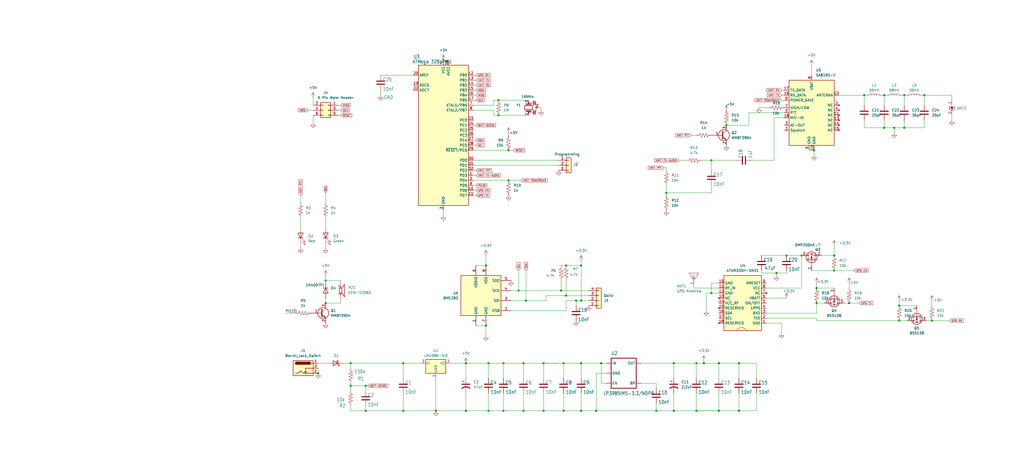
<source format=kicad_sch>
(kicad_sch (version 20250114) (generator "eeschema") (generator_version "9.0")
  (paper "User" 519.176 229.133)
  (junction (at 406.4 129.54))
  (junction (at 165.1 153.67))
  (junction (at 236.22 208.28))
  (junction (at 265.43 184.15))
  (junction (at 204.47 208.28))
  (junction (at 294.64 184.15))
  (junction (at 455.93 154.94))
  (junction (at 364.49 208.28))
  (junction (at 255.27 208.28))
  (junction (at 161.29 189.23))
  (junction (at 468.63 48.26))
  (junction (at 177.8 195.58))
  (junction (at 252.73 58.42))
  (junction (at 285.75 184.15))
  (junction (at 422.91 129.54))
  (junction (at 165.1 142.24))
  (junction (at 302.26 208.28))
  (junction (at 360.68 81.28))
  (junction (at 453.39 64.77))
  (junction (at 414.02 153.67))
  (junction (at 341.63 208.28))
  (junction (at 356.87 184.15))
  (junction (at 294.64 208.28))
  (junction (at 257.81 91.44))
  (junction (at 472.44 162.56))
  (junction (at 246.38 134.62))
  (junction (at 332.74 208.28))
  (junction (at 185.42 208.28))
  (junction (at 265.43 208.28))
  (junction (at 292.1 152.4))
  (junction (at 374.65 208.28))
  (junction (at 294.64 134.62))
  (junction (at 266.7 152.4))
  (junction (at 341.63 184.15))
  (junction (at 252.73 50.8))
  (junction (at 275.59 184.15))
  (junction (at 353.06 208.28))
  (junction (at 255.27 184.15))
  (junction (at 364.49 184.15))
  (junction (at 204.47 184.15))
  (junction (at 353.06 184.15))
  (junction (at 448.31 48.26))
  (junction (at 224.79 30.48))
  (junction (at 422.91 137.16))
  (junction (at 257.81 76.2))
  (junction (at 458.47 64.77))
  (junction (at 337.82 97.79))
  (junction (at 393.7 138.43))
  (junction (at 262.89 147.32))
  (junction (at 285.75 208.28))
  (junction (at 287.02 149.86))
  (junction (at 304.8 184.15))
  (junction (at 430.53 153.67))
  (junction (at 360.68 148.59))
  (junction (at 220.98 208.28))
  (junction (at 398.78 129.54))
  (junction (at 287.02 134.62))
  (junction (at 247.65 184.15))
  (junction (at 412.75 76.2))
  (junction (at 294.64 152.4))
  (junction (at 236.22 184.15))
  (junction (at 284.48 147.32))
  (junction (at 448.31 64.77))
  (junction (at 185.42 195.58))
  (junction (at 177.8 184.15))
  (junction (at 458.47 48.26))
  (junction (at 438.15 48.26))
  (junction (at 374.65 184.15))
  (junction (at 455.93 162.56))
  (junction (at 368.3 63.5))
  (junction (at 275.59 208.28))
  (junction (at 414.02 146.05))
  (junction (at 247.65 208.28))
  (junction (at 246.38 165.1))
  (wire (pts (xy 360.68 143.51) (xy 360.68 148.59)))
  (wire (pts (xy 284.48 134.62) (xy 287.02 134.62)))
  (wire (pts (xy 285.75 208.28) (xy 294.64 208.28)))
  (wire (pts (xy 294.64 191.77) (xy 294.64 184.15)))
  (wire (pts (xy 274.32 54.61) (xy 274.32 55.88)))
  (wire (pts (xy 236.22 184.15) (xy 247.65 184.15)))
  (wire (pts (xy 438.15 60.96) (xy 438.15 64.77)))
  (wire (pts (xy 165.1 142.24) (xy 165.1 143.51)))
  (wire (pts (xy 414.02 162.56) (xy 455.93 162.56)))
  (wire (pts (xy 161.29 186.69) (xy 161.29 189.23)))
  (wire (pts (xy 144.78 158.75) (xy 149.86 158.75)))
  (wire (pts (xy 472.44 152.4) (xy 472.44 154.94)))
  (wire (pts (xy 360.68 86.36) (xy 360.68 81.28)))
  (wire (pts (xy 356.87 184.15) (xy 353.06 184.15)) (stroke (width 0.1524)))
  (wire (pts (xy 240.03 99.06) (xy 241.3 99.06)) (stroke (width 0.1524)))
  (wire (pts (xy 438.15 48.26) (xy 439.42 48.26)))
  (wire (pts (xy 240.03 91.44) (xy 257.81 91.44)))
  (wire (pts (xy 185.42 208.28) (xy 204.47 208.28)))
  (wire (pts (xy 259.08 152.4) (xy 266.7 152.4)))
  (wire (pts (xy 285.75 184.15) (xy 294.64 184.15)) (stroke (width 0.1524)))
  (wire (pts (xy 438.15 64.77) (xy 448.31 64.77)))
  (wire (pts (xy 152.4 123.19) (xy 152.4 125.73)))
  (wire (pts (xy 386.08 129.54) (xy 398.78 129.54)))
  (wire (pts (xy 332.74 204.47) (xy 332.74 208.28)) (stroke (width 0.1524)))
  (wire (pts (xy 360.68 93.98) (xy 360.68 97.79)))
  (wire (pts (xy 307.34 189.23) (xy 302.26 189.23)) (stroke (width 0.1524)))
  (wire (pts (xy 193.04 38.1) (xy 209.55 38.1)))
  (wire (pts (xy 240.03 38.1) (xy 241.3 38.1)) (stroke (width 0.1524)))
  (wire (pts (xy 469.9 162.56) (xy 472.44 162.56)))
  (wire (pts (xy 448.31 48.26) (xy 449.58 48.26)))
  (wire (pts (xy 414.02 143.51) (xy 414.02 146.05)))
  (wire (pts (xy 374.65 199.39) (xy 374.65 208.28)))
  (wire (pts (xy 255.27 184.15) (xy 247.65 184.15)))
  (wire (pts (xy 337.82 93.98) (xy 337.82 97.79)))
  (wire (pts (xy 204.47 184.15) (xy 213.36 184.15)))
  (wire (pts (xy 350.52 68.58) (xy 353.06 68.58)))
  (wire (pts (xy 294.64 134.62) (xy 294.64 152.4)))
  (wire (pts (xy 266.7 152.4) (xy 276.86 152.4)))
  (wire (pts (xy 397.51 48.26) (xy 396.24 48.26)))
  (wire (pts (xy 177.8 205.74) (xy 177.8 208.28)))
  (wire (pts (xy 388.62 151.13) (xy 398.78 151.13)))
  (wire (pts (xy 240.03 53.34) (xy 250.19 53.34)))
  (wire (pts (xy 353.06 191.77) (xy 353.06 184.15)) (stroke (width 0.1524)))
  (wire (pts (xy 455.93 154.94) (xy 464.82 154.94)))
  (wire (pts (xy 252.73 58.42) (xy 250.19 58.42)))
  (wire (pts (xy 341.63 191.77) (xy 341.63 184.15)))
  (wire (pts (xy 427.99 153.67) (xy 430.53 153.67)))
  (wire (pts (xy 422.91 129.54) (xy 416.56 129.54)))
  (wire (pts (xy 240.03 45.72) (xy 241.3 45.72)) (stroke (width 0.1524)))
  (wire (pts (xy 266.7 137.16) (xy 266.7 152.4)))
  (wire (pts (xy 386.08 138.43) (xy 393.7 138.43)))
  (wire (pts (xy 341.63 184.15) (xy 353.06 184.15)) (stroke (width 0.1524)))
  (wire (pts (xy 224.79 106.68) (xy 224.79 109.22)))
  (wire (pts (xy 393.7 138.43) (xy 393.7 139.7)))
  (wire (pts (xy 171.45 55.88) (xy 172.72 55.88)) (stroke (width 0.1524)))
  (wire (pts (xy 448.31 48.26) (xy 448.31 53.34)))
  (wire (pts (xy 356.87 184.15) (xy 364.49 184.15)) (stroke (width 0.1524)))
  (wire (pts (xy 364.49 199.39) (xy 364.49 208.28)) (stroke (width 0.1524)))
  (wire (pts (xy 171.45 58.42) (xy 172.72 58.42)) (stroke (width 0.1524)))
  (wire (pts (xy 292.1 152.4) (xy 294.64 152.4)))
  (wire (pts (xy 302.26 189.23) (xy 302.26 208.28)) (stroke (width 0.1524)))
  (wire (pts (xy 240.03 71.12) (xy 241.3 71.12)) (stroke (width 0.1524)))
  (wire (pts (xy 240.03 43.18) (xy 241.3 43.18)))
  (wire (pts (xy 448.31 64.77) (xy 453.39 64.77)))
  (wire (pts (xy 285.75 199.39) (xy 285.75 208.28)))
  (wire (pts (xy 447.04 48.26) (xy 448.31 48.26)))
  (wire (pts (xy 355.6 81.28) (xy 360.68 81.28)) (stroke (width 0.1524)))
  (wire (pts (xy 379.73 63.5) (xy 379.73 57.15)))
  (wire (pts (xy 177.8 186.69) (xy 177.8 184.15)))
  (wire (pts (xy 307.34 184.15) (xy 304.8 184.15)) (stroke (width 0.1524)))
  (wire (pts (xy 273.05 54.61) (xy 274.32 54.61)))
  (wire (pts (xy 468.63 64.77) (xy 458.47 64.77)))
  (wire (pts (xy 250.19 50.8) (xy 252.73 50.8)))
  (wire (pts (xy 383.54 191.77) (xy 383.54 184.15)))
  (wire (pts (xy 353.06 208.28) (xy 364.49 208.28)) (stroke (width 0.1524)))
  (wire (pts (xy 396.24 50.8) (xy 397.51 50.8)))
  (wire (pts (xy 275.59 199.39) (xy 275.59 208.28)))
  (wire (pts (xy 177.8 208.28) (xy 185.42 208.28)))
  (wire (pts (xy 414.02 161.29) (xy 414.02 162.56)))
  (wire (pts (xy 287.02 157.48) (xy 259.08 157.48)))
  (wire (pts (xy 414.02 158.75) (xy 414.02 153.67)))
  (wire (pts (xy 204.47 191.77) (xy 204.47 184.15)))
  (wire (pts (xy 285.75 184.15) (xy 285.75 191.77)))
  (wire (pts (xy 302.26 208.28) (xy 294.64 208.28)) (stroke (width 0.1524)))
  (wire (pts (xy 425.45 48.26) (xy 438.15 48.26)))
  (wire (pts (xy 276.86 152.4) (xy 276.86 149.86)))
  (wire (pts (xy 356.87 182.88) (xy 356.87 184.15)) (stroke (width 0.1524)))
  (wire (pts (xy 453.39 64.77) (xy 453.39 67.31)))
  (wire (pts (xy 360.68 148.59) (xy 364.49 148.59)))
  (wire (pts (xy 458.47 64.77) (xy 453.39 64.77)))
  (wire (pts (xy 398.78 138.43) (xy 398.78 137.16)))
  (wire (pts (xy 240.03 88.9) (xy 241.3 88.9)))
  (wire (pts (xy 411.48 33.02) (xy 411.48 38.1)))
  (wire (pts (xy 307.34 194.31) (xy 304.8 194.31)) (stroke (width 0.1524)))
  (wire (pts (xy 247.65 208.28) (xy 236.22 208.28)))
  (wire (pts (xy 467.36 48.26) (xy 468.63 48.26)))
  (wire (pts (xy 262.89 137.16) (xy 262.89 147.32)))
  (wire (pts (xy 392.43 81.28) (xy 392.43 59.69)) (stroke (width 0.1524)))
  (wire (pts (xy 255.27 184.15) (xy 265.43 184.15)))
  (wire (pts (xy 287.02 134.62) (xy 294.64 134.62)))
  (wire (pts (xy 457.2 48.26) (xy 458.47 48.26)))
  (wire (pts (xy 240.03 63.5) (xy 241.3 63.5)) (stroke (width 0.1524)))
  (wire (pts (xy 152.4 110.49) (xy 152.4 115.57)) (stroke (width 0.1524)))
  (wire (pts (xy 165.1 151.13) (xy 165.1 153.67)))
  (wire (pts (xy 422.91 137.16) (xy 433.07 137.16)))
  (wire (pts (xy 284.48 142.24) (xy 284.48 147.32)))
  (wire (pts (xy 265.43 208.28) (xy 275.59 208.28)))
  (wire (pts (xy 275.59 184.15) (xy 283.21 184.15)))
  (wire (pts (xy 383.54 184.15) (xy 374.65 184.15)))
  (wire (pts (xy 177.8 195.58) (xy 185.42 195.58)) (stroke (width 0.1524)))
  (wire (pts (xy 165.1 139.7) (xy 165.1 142.24)))
  (wire (pts (xy 482.6 48.26) (xy 468.63 48.26)))
  (wire (pts (xy 265.43 184.15) (xy 275.59 184.15)) (stroke (width 0.1524)))
  (wire (pts (xy 228.6 184.15) (xy 236.22 184.15)))
  (wire (pts (xy 383.54 199.39) (xy 383.54 208.28)))
  (wire (pts (xy 275.59 184.15) (xy 285.75 184.15)) (stroke (width 0.1524)))
  (wire (pts (xy 304.8 194.31) (xy 304.8 184.15)) (stroke (width 0.1524)))
  (wire (pts (xy 193.04 45.72) (xy 193.04 48.26)))
  (wire (pts (xy 325.12 194.31) (xy 332.74 194.31)) (stroke (width 0.1524)))
  (wire (pts (xy 265.43 191.77) (xy 265.43 184.15)) (stroke (width 0.1524)))
  (wire (pts (xy 177.8 195.58) (xy 177.8 194.31)) (stroke (width 0.1524)))
  (wire (pts (xy 344.17 81.28) (xy 347.98 81.28)))
  (wire (pts (xy 388.62 161.29) (xy 414.02 161.29)))
  (wire (pts (xy 177.8 184.15) (xy 204.47 184.15)))
  (wire (pts (xy 397.51 45.72) (xy 396.24 45.72)))
  (wire (pts (xy 165.1 102.87) (xy 165.1 97.79)) (stroke (width 0.1524)))
  (wire (pts (xy 152.4 102.87) (xy 152.4 99.06)) (stroke (width 0.1524)))
  (wire (pts (xy 374.65 184.15) (xy 374.65 191.77)))
  (wire (pts (xy 185.42 195.58) (xy 186.69 195.58)) (stroke (width 0.1524)))
  (wire (pts (xy 240.03 76.2) (xy 257.81 76.2)))
  (wire (pts (xy 240.03 48.26) (xy 241.3 48.26)) (stroke (width 0.1524)))
  (wire (pts (xy 414.02 153.67) (xy 417.83 153.67)))
  (wire (pts (xy 252.73 50.8) (xy 267.97 50.8)))
  (wire (pts (xy 224.79 30.48) (xy 227.33 30.48)))
  (wire (pts (xy 255.27 208.28) (xy 247.65 208.28)))
  (wire (pts (xy 384.81 54.61) (xy 389.89 54.61)))
  (wire (pts (xy 255.27 208.28) (xy 265.43 208.28)))
  (wire (pts (xy 374.65 208.28) (xy 364.49 208.28)))
  (wire (pts (xy 411.48 137.16) (xy 422.91 137.16)))
  (wire (pts (xy 185.42 205.74) (xy 185.42 208.28)))
  (wire (pts (xy 287.02 152.4) (xy 292.1 152.4)))
  (wire (pts (xy 276.86 149.86) (xy 287.02 149.86)))
  (wire (pts (xy 240.03 55.88) (xy 250.19 55.88)))
  (wire (pts (xy 262.89 147.32) (xy 284.48 147.32)))
  (wire (pts (xy 241.3 165.1) (xy 246.38 165.1)))
  (wire (pts (xy 337.82 86.36) (xy 337.82 85.09)))
  (wire (pts (xy 265.43 199.39) (xy 265.43 208.28)) (stroke (width 0.1524)))
  (wire (pts (xy 398.78 129.54) (xy 406.4 129.54)))
  (wire (pts (xy 247.65 191.77) (xy 247.65 184.15)))
  (wire (pts (xy 236.22 208.28) (xy 220.98 208.28)))
  (wire (pts (xy 165.1 123.19) (xy 165.1 125.73)))
  (wire (pts (xy 406.4 129.54) (xy 406.4 146.05)))
  (wire (pts (xy 396.24 163.83) (xy 396.24 168.91)))
  (wire (pts (xy 246.38 165.1) (xy 246.38 170.18)))
  (wire (pts (xy 204.47 208.28) (xy 220.98 208.28)))
  (wire (pts (xy 448.31 60.96) (xy 448.31 64.77)))
  (wire (pts (xy 358.14 148.59) (xy 360.68 148.59)))
  (wire (pts (xy 158.75 49.53) (xy 158.75 53.34)))
  (wire (pts (xy 325.12 184.15) (xy 341.63 184.15)) (stroke (width 0.1524)))
  (wire (pts (xy 414.02 146.05) (xy 422.91 146.05)))
  (wire (pts (xy 292.1 154.94) (xy 292.1 152.4)))
  (wire (pts (xy 438.15 48.26) (xy 438.15 53.34)))
  (wire (pts (xy 482.6 58.42) (xy 482.6 60.96)))
  (wire (pts (xy 304.8 184.15) (xy 294.64 184.15)) (stroke (width 0.1524)))
  (wire (pts (xy 173.99 184.15) (xy 177.8 184.15)))
  (wire (pts (xy 302.26 208.28) (xy 332.74 208.28)) (stroke (width 0.1524)))
  (wire (pts (xy 458.47 60.96) (xy 458.47 64.77)))
  (wire (pts (xy 410.21 76.2) (xy 412.75 76.2)))
  (wire (pts (xy 383.54 208.28) (xy 374.65 208.28)))
  (wire (pts (xy 172.72 152.4) (xy 172.72 153.67)))
  (wire (pts (xy 455.93 152.4) (xy 455.93 154.94)))
  (wire (pts (xy 341.63 208.28) (xy 353.06 208.28)) (stroke (width 0.1524)))
  (wire (pts (xy 360.68 81.28) (xy 373.38 81.28)))
  (wire (pts (xy 368.3 63.5) (xy 379.73 63.5)))
  (wire (pts (xy 275.59 184.15) (xy 275.59 191.77)))
  (wire (pts (xy 398.78 138.43) (xy 393.7 138.43)))
  (wire (pts (xy 482.6 50.8) (xy 482.6 48.26)))
  (wire (pts (xy 364.49 143.51) (xy 360.68 143.51)))
  (wire (pts (xy 241.3 134.62) (xy 246.38 134.62)))
  (wire (pts (xy 388.62 163.83) (xy 396.24 163.83)))
  (wire (pts (xy 353.06 208.28) (xy 364.49 208.28)))
  (wire (pts (xy 381 81.28) (xy 392.43 81.28)))
  (wire (pts (xy 241.3 86.36) (xy 240.03 86.36)))
  (wire (pts (xy 240.03 96.52) (xy 241.3 96.52)))
  (wire (pts (xy 472.44 162.56) (xy 481.33 162.56)))
  (wire (pts (xy 246.38 129.54) (xy 246.38 134.62)))
  (wire (pts (xy 240.03 40.64) (xy 241.3 40.64)))
  (wire (pts (xy 255.27 191.77) (xy 255.27 184.15)))
  (wire (pts (xy 158.75 62.23) (xy 158.75 58.42)))
  (wire (pts (xy 240.03 73.66) (xy 241.3 73.66)) (stroke (width 0.1524)))
  (wire (pts (xy 185.42 198.12) (xy 185.42 195.58)) (stroke (width 0.1524)))
  (wire (pts (xy 287.02 149.86) (xy 298.45 149.86)))
  (wire (pts (xy 257.81 76.2) (xy 260.35 76.2)) (stroke (width 0.1524)))
  (wire (pts (xy 422.91 124.46) (xy 422.91 129.54)))
  (wire (pts (xy 406.4 146.05) (xy 388.62 146.05)))
  (wire (pts (xy 172.72 153.67) (xy 165.1 153.67)))
  (wire (pts (xy 158.75 55.88) (xy 156.21 55.88)) (stroke (width 0.1524)))
  (wire (pts (xy 430.53 143.51) (xy 430.53 146.05)))
  (wire (pts (xy 240.03 93.98) (xy 241.3 93.98)))
  (wire (pts (xy 275.59 208.28) (xy 285.75 208.28)))
  (wire (pts (xy 351.79 146.05) (xy 351.79 144.78)))
  (wire (pts (xy 204.47 199.39) (xy 204.47 208.28)))
  (wire (pts (xy 332.74 194.31) (xy 332.74 196.85)) (stroke (width 0.1524)))
  (wire (pts (xy 247.65 199.39) (xy 247.65 208.28)))
  (wire (pts (xy 294.64 152.4) (xy 298.45 152.4)))
  (wire (pts (xy 250.19 53.34) (xy 250.19 50.8)))
  (wire (pts (xy 236.22 199.39) (xy 236.22 208.28)))
  (wire (pts (xy 364.49 146.05) (xy 351.79 146.05)))
  (wire (pts (xy 284.48 147.32) (xy 298.45 147.32)))
  (wire (pts (xy 220.98 191.77) (xy 220.98 208.28)))
  (wire (pts (xy 171.45 53.34) (xy 172.72 53.34)) (stroke (width 0.1524)))
  (wire (pts (xy 257.81 91.44) (xy 264.16 91.44)))
  (wire (pts (xy 257.81 67.31) (xy 257.81 68.58)))
  (wire (pts (xy 240.03 81.28) (xy 283.21 81.28)) (stroke (width 0.1524)))
  (wire (pts (xy 353.06 199.39) (xy 353.06 208.28)) (stroke (width 0.1524)))
  (wire (pts (xy 236.22 191.77) (xy 236.22 184.15)))
  (wire (pts (xy 294.64 132.08) (xy 294.64 134.62)))
  (wire (pts (xy 250.19 58.42) (xy 250.19 55.88)))
  (wire (pts (xy 336.55 85.09) (xy 337.82 85.09)))
  (wire (pts (xy 259.08 147.32) (xy 262.89 147.32)))
  (wire (pts (xy 172.72 142.24) (xy 165.1 142.24)))
  (wire (pts (xy 337.82 97.79) (xy 337.82 99.06)))
  (wire (pts (xy 392.43 59.69) (xy 397.51 59.69)))
  (wire (pts (xy 161.29 184.15) (xy 166.37 184.15)))
  (wire (pts (xy 177.8 195.58) (xy 177.8 198.12)))
  (wire (pts (xy 468.63 60.96) (xy 468.63 64.77)))
  (wire (pts (xy 458.47 48.26) (xy 458.47 53.34)))
  (wire (pts (xy 294.64 208.28) (xy 294.64 199.39)) (stroke (width 0.1524)))
  (wire (pts (xy 412.75 76.2) (xy 412.75 78.74)))
  (wire (pts (xy 468.63 53.34) (xy 468.63 48.26)))
  (wire (pts (xy 252.73 58.42) (xy 267.97 58.42)))
  (wire (pts (xy 430.53 153.67) (xy 435.61 153.67)))
  (wire (pts (xy 455.93 162.56) (xy 459.74 162.56)))
  (wire (pts (xy 165.1 110.49) (xy 165.1 115.57)) (stroke (width 0.1524)))
  (wire (pts (xy 358.14 148.59) (xy 358.14 157.48)))
  (wire (pts (xy 388.62 158.75) (xy 414.02 158.75)))
  (wire (pts (xy 386.08 138.43) (xy 386.08 137.16)))
  (wire (pts (xy 287.02 157.48) (xy 287.02 152.4)))
  (wire (pts (xy 364.49 184.15) (xy 364.49 191.77)) (stroke (width 0.1524)))
  (wire (pts (xy 341.63 199.39) (xy 341.63 208.28)))
  (wire (pts (xy 374.65 184.15) (xy 364.49 184.15)))
  (wire (pts (xy 397.51 57.15) (xy 379.73 57.15)))
  (wire (pts (xy 458.47 48.26) (xy 459.74 48.26)))
  (wire (pts (xy 240.03 50.8) (xy 241.3 50.8)) (stroke (width 0.1524)))
  (wire (pts (xy 287.02 142.24) (xy 287.02 149.86)))
  (wire (pts (xy 255.27 199.39) (xy 255.27 208.28)))
  (wire (pts (xy 337.82 97.79) (xy 360.68 97.79)))
  (wire (pts (xy 332.74 208.28) (xy 341.63 208.28)) (stroke (width 0.1524)))
  (wire (pts (xy 240.03 83.82) (xy 283.21 83.82)) (stroke (width 0.1524)))
  (label "PIEZO" (at 144.78 158.75 0))
  (global_label "XMIT-PTT" (shape input) (at 152.4 99.06 90) (effects (font (size 0.889 0.889))) (property "Intersheetrefs" "${INTERSHEET_REFS}" (effects (hide yes))))
  (global_label "GPS-TX" (shape input) (at 435.61 153.67 0) (effects (font (size 0.889 0.889))) (property "Intersheetrefs" "${INTERSHEET_REFS}" (effects (hide yes))))
  (global_label "SCL" (shape input) (at 262.89 137.16 90) (effects (font (size 0.889 0.889))) (property "Intersheetrefs" "${INTERSHEET_REFS}" (effects (hide yes))))
  (global_label "SDA" (shape input) (at 266.7 137.16 90) (effects (font (size 0.889 0.889))) (property "Intersheetrefs" "${INTERSHEET_REFS}" (effects (hide yes))))
  (global_label "XMIT-PTT" (shape input) (at 350.52 68.58 180) (effects (font (size 0.889 0.889))) (property "Intersheetrefs" "${INTERSHEET_REFS}" (effects (hide yes))))
  (global_label "XMIT-RX" (shape input) (at 241.3 43.18 0) (effects (font (size 0.889 0.889))) (property "Intersheetrefs" "${INTERSHEET_REFS}" (effects (hide yes))))
  (global_label "XMIT-PTT" (shape input) (at 336.55 85.09 180) (effects (font (size 0.889 0.889))) (property "Intersheetrefs" "${INTERSHEET_REFS}" (effects (hide yes))))
  (global_label "XMIT-TX-AUDIO" (shape input) (at 344.17 81.28 180) (effects (font (size 0.889 0.889))) (property "Intersheetrefs" "${INTERSHEET_REFS}" (effects (hide yes))))
  (global_label "MOSI" (shape input) (at 241.3 45.72 0) (effects (font (size 0.889 0.889))) (property "Intersheetrefs" "${INTERSHEET_REFS}" (effects (hide yes))))
  (global_label "SCK" (shape input) (at 241.3 50.8 0) (effects (font (size 0.889 0.889))) (property "Intersheetrefs" "${INTERSHEET_REFS}" (effects (hide yes))))
  (global_label "SCK" (shape input) (at 165.1 97.79 90) (effects (font (size 0.7112 0.7112))) (property "Intersheetrefs" "${INTERSHEET_REFS}" (effects (hide yes))))
  (global_label "GPS-RX" (shape input) (at 481.33 162.56 0) (effects (font (size 0.889 0.889))) (property "Intersheetrefs" "${INTERSHEET_REFS}" (effects (hide yes))))
  (global_label "MISO" (shape input) (at 172.72 53.34 0) (effects (font (size 0.889 0.889))) (property "Intersheetrefs" "${INTERSHEET_REFS}" (effects (hide yes))))
  (global_label "MISO" (shape input) (at 241.3 48.26 0) (effects (font (size 0.889 0.889))) (property "Intersheetrefs" "${INTERSHEET_REFS}" (effects (hide yes))))
  (global_label "XMIT-POWERSAVE" (shape input) (at 264.16 91.44 0) (effects (font (size 0.889 0.889))) (property "Intersheetrefs" "${INTERSHEET_REFS}" (effects (hide yes))))
  (global_label "GPS-TX" (shape input) (at 241.3 99.06 0) (effects (font (size 0.889 0.889))) (property "Intersheetrefs" "${INTERSHEET_REFS}" (effects (hide yes))))
  (global_label "RESET" (shape input) (at 260.35 76.2 0) (effects (font (size 0.889 0.889))) (property "Intersheetrefs" "${INTERSHEET_REFS}" (effects (hide yes))))
  (global_label "GPS-EN" (shape input) (at 433.07 137.16 0) (effects (font (size 0.889 0.889))) (property "Intersheetrefs" "${INTERSHEET_REFS}" (effects (hide yes))))
  (global_label "XMIT-PTT" (shape input) (at 241.3 86.36 0) (effects (font (size 0.889 0.889))) (property "Intersheetrefs" "${INTERSHEET_REFS}" (effects (hide yes))))
  (global_label "SDA" (shape input) (at 241.3 71.12 0) (effects (font (size 0.889 0.889))) (property "Intersheetrefs" "${INTERSHEET_REFS}" (effects (hide yes))))
  (global_label "PIEZO" (shape input) (at 241.3 93.98 0) (effects (font (size 0.889 0.889))) (property "Intersheetrefs" "${INTERSHEET_REFS}" (effects (hide yes))))
  (global_label "XMIT-TX-AUDIO" (shape input) (at 241.3 88.9 0) (effects (font (size 0.889 0.889))) (property "Intersheetrefs" "${INTERSHEET_REFS}" (effects (hide yes))))
  (global_label "XMIT-TX" (shape input) (at 396.24 48.26 180) (effects (font (size 0.889 0.889))) (property "Intersheetrefs" "${INTERSHEET_REFS}" (effects (hide yes))))
  (global_label "XMIT-RX" (shape input) (at 396.24 45.72 180) (effects (font (size 0.889 0.889))) (property "Intersheetrefs" "${INTERSHEET_REFS}" (effects (hide yes))))
  (global_label "XMIT-TX" (shape input) (at 241.3 40.64 0) (effects (font (size 0.889 0.889))) (property "Intersheetrefs" "${INTERSHEET_REFS}" (effects (hide yes))))
  (global_label "GPS-EN" (shape input) (at 241.3 96.52 0) (effects (font (size 0.889 0.889))) (property "Intersheetrefs" "${INTERSHEET_REFS}" (effects (hide yes))))
  (global_label "SCL" (shape input) (at 241.3 73.66 0) (effects (font (size 0.889 0.889))) (property "Intersheetrefs" "${INTERSHEET_REFS}" (effects (hide yes))))
  (global_label "BATT-SENSE" (shape input) (at 186.69 195.58 0) (effects (font (size 0.889 0.889))) (property "Intersheetrefs" "${INTERSHEET_REFS}" (effects (hide yes))))
  (global_label "MOSI" (shape input) (at 156.21 55.88 180) (effects (font (size 0.889 0.889))) (property "Intersheetrefs" "${INTERSHEET_REFS}" (effects (hide yes))))
  (global_label "RESET" (shape input) (at 172.72 58.42 0) (effects (font (size 0.889 0.889))) (property "Intersheetrefs" "${INTERSHEET_REFS}" (effects (hide yes))))
  (global_label "BATT-SENSE" (shape input) (at 241.3 63.5 0) (effects (font (size 0.889 0.889))) (property "Intersheetrefs" "${INTERSHEET_REFS}" (effects (hide yes))))
  (global_label "XMIT-POWERSAVE" (shape input) (at 396.24 50.8 180) (effects (font (size 0.889 0.889))) (property "Intersheetrefs" "${INTERSHEET_REFS}" (effects (hide yes))))
  (global_label "GPS-RX" (shape input) (at 241.3 38.1 0) (effects (font (size 0.889 0.889))) (property "Intersheetrefs" "${INTERSHEET_REFS}" (effects (hide yes))))
  (global_label "SCK" (shape input) (at 172.72 55.88 0) (effects (font (size 0.889 0.889))) (property "Intersheetrefs" "${INTERSHEET_REFS}" (effects (hide yes))))
  (symbol (lib_id "power:GND") (at 220.98 208.28 0) (unit 1)
    (property "Reference" "#SUPPLY023" (effects (hide yes)))
    (property "Value" "GND" (effects (hide yes)))
    (property "Description" "Power symbol creates a global label with name \"GND\" , ground" (effects (hide yes)))
  )
  (symbol (lib_id "Device:LED") (at 165.1 119.38 90) (unit 1)
    (property "Reference" "D3" (at 168.91 119.6974 90) (effects (justify right)))
    (property "Value" "Green" (at 168.91 122.2374 90) (effects (justify right)))
    (property "Footprint" "Diode_SMD:D_0805_2012Metric" (effects (hide yes)))
    (property "Description" "Light emitting diode" (effects (hide yes)))
    (property "Digikey" "LTST-C171GKT" (effects (hide yes)))
    (property "LCSC" "C2297 " (effects (hide yes)))
  )
  (symbol (lib_id "Connector:Barrel_Jack_Switch") (at 153.67 186.69 0) (unit 1)
    (property "Reference" "J1" (at 153.67 177.8 0))
    (property "Value" "Barrel_Jack_Switch" (at 153.67 180.34 0))
    (property "Footprint" "Connector_BarrelJack:BarrelJack_CLIFF_FC681465S_SMT_Horizontal" (effects (hide yes)))
    (property "Description" "DC Barrel Jack with an internal switch" (effects (hide yes)))
    (property "Digikey" "CP-002AHPJCT-ND " (effects (hide yes)))
    (property "LCSC" "C22434687" (effects (hide yes)))
  )
  (symbol (lib_id "power:+5V") (at 430.53 143.51 0) (unit 1)
    (property "Reference" "#PWR021" (effects (hide yes)))
    (property "Value" "+5V" (at 433.07 143.256 0))
    (property "Description" "Power symbol creates a global label with name \"+5V\"" (effects (hide yes)))
  )
  (symbol (lib_id "Device:R_US") (at 430.53 149.86 180) (unit 1)
    (property "Reference" "R19" (at 433.07 148.5899 0) (effects (justify right)))
    (property "Value" "10k" (at 433.07 151.1299 0) (effects (justify right)))
    (property "Footprint" "Resistor_SMD:R_0805_2012Metric" (effects (hide yes)))
    (property "Description" "Resistor, US symbol" (effects (hide yes)))
    (property "Digikey" "13-RT0805FRD0710KLCT-ND" (effects (hide yes)))
    (property "LCSC" "C100047" (effects (hide yes)))
  )
  (symbol (lib_id "power:+5V") (at 368.3 55.88 0) (unit 1)
    (property "Reference" "#PWR024" (effects (hide yes)))
    (property "Value" "+5V" (at 370.332 52.832 0))
    (property "Description" "Power symbol creates a global label with name \"+5V\"" (effects (hide yes)))
  )
  (symbol (lib_id "power:+3.3V") (at 398.78 151.13 0) (unit 1)
    (property "Reference" "#PWR012" (effects (hide yes)))
    (property "Value" "+3.3V" (at 400.05 147.574 0))
    (property "Description" "Power symbol creates a global label with name \"+3.3V\"" (effects (hide yes)))
  )
  (symbol (lib_id "power:+3.3V") (at 414.02 143.51 0) (unit 1)
    (property "Reference" "#PWR013" (effects (hide yes)))
    (property "Value" "+3.3V" (at 417.322 142.748 0))
    (property "Description" "Power symbol creates a global label with name \"+3.3V\"" (effects (hide yes)))
  )
  (symbol (lib_id "Transistor_BJT:MMBT3904") (at 162.56 158.75 0) (unit 1)
    (property "Reference" "Q1" (at 167.64 157.4799 0) (effects (justify left)))
    (property "Value" "MMBT3904" (at 167.64 160.0199 0) (effects (justify left)))
    (property "Footprint" "Package_TO_SOT_SMD:SOT-23" (effects (hide yes)))
    (property "Datasheet" "https://www.onsemi.com/pdf/datasheet/pzt3904-d.pdf" (effects (hide yes)))
    (property "Description" "0.2A Ic, 40V Vce, Small Signal NPN Transistor, SOT-23" (effects (hide yes)))
    (property "Digikey" "MMBT3904TPMSCT-ND" (effects (hide yes)))
    (property "LCSC" "C81464" (effects (hide yes)))
  )
  (symbol (lib_id "Device:C") (at 185.42 201.93 0) (unit 1)
    (property "Reference" "C2" (at 186.436 201.295 0) (effects (font (size 1.778 1.5113)) (justify left bottom)))
    (property "Value" "10nF" (at 186.436 206.121 0) (effects (font (size 1.778 1.5113)) (justify left bottom)))
    (property "Footprint" "Capacitor_SMD:C_0805_2012Metric" (effects (hide yes)))
    (property "Description" "Unpolarized capacitor" (effects (hide yes)))
    (property "Digikey" "399-1158-1-ND" (effects (hide yes)))
    (property "LCSC" "C83170" (effects (hide yes)))
  )
  (symbol (lib_id "power:GND") (at 396.24 168.91 0) (unit 1)
    (property "Reference" "#SUPPLY015" (effects (hide yes)))
    (property "Value" "GND" (effects (hide yes)))
    (property "Description" "Power symbol creates a global label with name \"GND\" , ground" (effects (hide yes)))
  )
  (symbol (lib_id "Device:R_US") (at 455.93 158.75 180) (unit 1)
    (property "Reference" "R20" (at 458.47 157.4799 0) (effects (justify right)))
    (property "Value" "10k" (at 458.47 160.0199 0) (effects (justify right)))
    (property "Footprint" "Resistor_SMD:R_0805_2012Metric" (effects (hide yes)))
    (property "Description" "Resistor, US symbol" (effects (hide yes)))
    (property "Digikey" "13-RT0805FRD0710KLCT-ND" (effects (hide yes)))
    (property "LCSC" "C100047" (effects (hide yes)))
  )
  (symbol (lib_id "power:GND") (at 224.79 109.22 0) (unit 1)
    (property "Reference" "#SUPPLY07" (effects (hide yes)))
    (property "Value" "GND" (effects (hide yes)))
    (property "Description" "Power symbol creates a global label with name \"GND\" , ground" (effects (hide yes)))
  )
  (symbol (lib_id "power:+5V") (at 411.48 33.02 0) (unit 1)
    (property "Reference" "#PWR023" (effects (hide yes)))
    (property "Value" "+5V" (at 411.48 27.94 0))
    (property "Description" "Power symbol creates a global label with name \"+5V\"" (effects (hide yes)))
  )
  (symbol (lib_id "Custom DS:ATGM336H-5N31") (at 375.92 151.13 0) (unit 1)
    (property "Reference" "U4" (at 376.555 134.62 0))
    (property "Value" "ATGM336H-5N31" (at 376.555 137.16 0))
    (property "Footprint" "Custom DS:ATGM336H-5N31" (effects (hide yes)))
    (property "Datasheet" "https://www.tinytronics.nl/product_files/002176_ATGM336H.pdf" (effects (hide yes)))
    (property "Description" "GPS Module" (effects (hide yes)))
    (property "Digikey" "ALIEXPRESS" (effects (hide yes)))
    (property "LCSC" "C90770" (effects (hide yes)))
  )
  (symbol (lib_id "power:GND") (at 298.45 154.94 0) (unit 1)
    (property "Reference" "#SUPPLY01" (effects (hide yes)))
    (property "Value" "GND" (effects (hide yes)))
    (property "Description" "Power symbol creates a global label with name \"GND\" , ground" (effects (hide yes)))
  )
  (symbol (lib_id "power:GND") (at 292.1 162.56 0) (unit 1)
    (property "Reference" "#SUPPLY028" (effects (hide yes)))
    (property "Value" "GND" (effects (hide yes)))
    (property "Description" "Power symbol creates a global label with name \"GND\" , ground" (effects (hide yes)))
  )
  (symbol (lib_id "Device:R_US") (at 257.81 95.25 180) (unit 1)
    (property "Reference" "R10" (at 260.35 93.9799 0) (effects (justify right)))
    (property "Value" "1k" (at 260.35 96.5199 0) (effects (justify right)))
    (property "Footprint" "Resistor_SMD:R_0805_2012Metric" (effects (hide yes)))
    (property "Description" "Resistor, US symbol" (effects (hide yes)))
    (property "Digikey" "311-1.0KARCT-ND" (effects (hide yes)))
    (property "LCSC" "C95781" (effects (hide yes)))
  )
  (symbol (lib_id "Transistor_FET:BSS138") (at 422.91 151.13 270) (unit 1)
    (property "Reference" "Q4" (at 422.91 157.48 90))
    (property "Value" "BSS138" (at 422.91 160.02 90))
    (property "Footprint" "Package_TO_SOT_SMD:SOT-23" (effects (hide yes)))
    (property "Datasheet" "https://www.onsemi.com/pub/Collateral/BSS138-D.PDF" (effects (hide yes)))
    (property "Description" "50V Vds, 0.22A Id, N-Channel MOSFET, SOT-23" (effects (hide yes)))
    (property "Digikey" "BSS138TR-ND" (effects (hide yes)))
    (property "LCSC" "C40912 " (effects (hide yes)))
  )
  (symbol (lib_id "Device:C") (at 275.59 195.58 0) (unit 1)
    (property "Reference" "C7" (at 276.606 194.945 0) (effects (font (size 1.778 1.5113)) (justify left bottom)))
    (property "Value" "10nF" (at 276.606 199.771 0) (effects (font (size 1.778 1.5113)) (justify left bottom)))
    (property "Footprint" "Capacitor_SMD:C_0805_2012Metric" (effects (hide yes)))
    (property "Description" "Unpolarized capacitor" (effects (hide yes)))
    (property "Digikey" "399-1158-1-ND" (effects (hide yes)))
    (property "LCSC" "C83170" (effects (hide yes)))
  )
  (symbol (lib_id "Device:C") (at 468.63 57.15 180) (unit 1)
    (property "Reference" "C24" (at 472.44 55.8799 0) (effects (justify right)))
    (property "Value" "20pF" (at 472.44 58.4199 0) (effects (justify right)))
    (property "Footprint" "Capacitor_SMD:C_0805_2012Metric" (effects (hide yes)))
    (property "Description" "Unpolarized capacitor" (effects (hide yes)))
    (property "Digikey" "712-1381-1-ND" (effects (hide yes)))
    (property "LCSC" "C105173" (effects (hide yes)))
  )
  (symbol (lib_id "power:+3.3V") (at 294.64 132.08 0) (unit 1)
    (property "Reference" "#PWR019" (effects (hide yes)))
    (property "Value" "+3.3V" (at 294.64 127 0))
    (property "Description" "Power symbol creates a global label with name \"+3.3V\"" (effects (hide yes)))
  )
  (symbol (lib_id "power:+5V") (at 158.75 49.53 0) (unit 1)
    (property "Reference" "#PWR026" (effects (hide yes)))
    (property "Value" "+5V" (at 158.75 44.45 0))
    (property "Description" "Power symbol creates a global label with name \"+5V\"" (effects (hide yes)))
  )
  (symbol (lib_id "Device:L") (at 463.55 48.26 90) (unit 1)
    (property "Reference" "L3" (at 463.55 43.18 90))
    (property "Value" "56nH" (at 463.55 45.72 90))
    (property "Footprint" "Inductor_SMD:L_0805_2012Metric" (effects (hide yes)))
    (property "Description" "Inductor" (effects (hide yes)))
    (property "Digikey" "535-11570-1-ND" (effects (hide yes)))
    (property "LCSC" "C98996" (effects (hide yes)))
  )
  (symbol (lib_id "power:+3.3V") (at 356.87 182.88 0) (unit 1)
    (property "Reference" "#PWR01" (effects (hide yes)))
    (property "Value" "+3.3V" (at 356.87 177.8 0))
    (property "Description" "Power symbol creates a global label with name \"+3.3V\"" (effects (hide yes)))
  )
  (symbol (lib_id "power:GND") (at 412.75 78.74 0) (unit 1)
    (property "Reference" "#SUPPLY011" (effects (hide yes)))
    (property "Value" "GND" (effects (hide yes)))
    (property "Description" "Power symbol creates a global label with name \"GND\" , ground" (effects (hide yes)))
  )
  (symbol (lib_id "Device:R_US") (at 152.4 106.68 0) (unit 1)
    (property "Reference" "R3" (at 154.94 105.4099 0) (effects (justify left)))
    (property "Value" "1k" (at 154.94 107.9499 0) (effects (justify left)))
    (property "Footprint" "Resistor_SMD:R_0805_2012Metric" (effects (hide yes)))
    (property "Description" "Resistor, US symbol" (effects (hide yes)))
    (property "Digikey" "311-1.0KARCT-ND" (effects (hide yes)))
    (property "LCSC" "C95781" (effects (hide yes)))
  )
  (symbol (lib_id "Connector_Generic:Conn_01x03") (at 288.29 83.82 0) (unit 1)
    (property "Reference" "J2" (at 291.846 83.312 0))
    (property "Value" "Programming" (at 287.528 78.232 0))
    (property "Footprint" "Connector_PinHeader_2.54mm:PinHeader_1x03_P2.54mm_Vertical" (effects (hide yes)))
    (property "Description" "Generic connector, single row, 01x03, script generated (kicad-library-utils/schlib/autogen/connector/)" (effects (hide yes)))
    (property "Digikey" "732-5316-ND" (effects (hide yes)))
  )
  (symbol (lib_id "Regulator_Linear:LM1085-5.0") (at 220.98 184.15 0) (unit 1)
    (property "Reference" "U1" (at 220.98 177.8 0))
    (property "Value" "LM1086-5.0" (at 220.98 180.34 0))
    (property "Footprint" "Package_TO_SOT_SMD:TO-263-3_TabPin2" (effects (hide yes)))
    (property "Description" "3A 25V Linear Regulator, Fixed Output 5.0V, TO-220/TO-263" (effects (hide yes)))
    (property "Digikey" "LM1086ISX-5.0/NOPBCT-ND" (effects (hide yes)))
    (property "LCSC" "C434504" (effects (hide yes)))
  )
  (symbol (lib_id "power:GND") (at 274.32 55.88 0) (unit 1)
    (property "Reference" "#SUPPLY08" (effects (hide yes)))
    (property "Value" "GND" (effects (hide yes)))
    (property "Description" "Power symbol creates a global label with name \"GND\" , ground" (effects (hide yes)))
  )
  (symbol (lib_id "Device:C") (at 438.15 57.15 180) (unit 1)
    (property "Reference" "C21" (at 441.96 55.8799 0) (effects (justify right)))
    (property "Value" "20pF" (at 441.96 58.4199 0) (effects (justify right)))
    (property "Footprint" "Capacitor_SMD:C_0805_2012Metric" (effects (hide yes)))
    (property "Description" "Unpolarized capacitor" (effects (hide yes)))
    (property "Digikey" "712-1381-1-ND" (effects (hide yes)))
    (property "LCSC" "C105173" (effects (hide yes)))
  )
  (symbol (lib_id "power:+5V") (at 236.22 184.15 0) (unit 1)
    (property "Reference" "#PWR020" (effects (hide yes)))
    (property "Value" "+5V" (at 236.22 179.07 0))
    (property "Description" "Power symbol creates a global label with name \"+5V\"" (effects (hide yes)))
  )
  (symbol (lib_id "Custom DS:PIezo CEM-1206S") (at 172.72 147.32 0) (unit 1)
    (property "Reference" "PZ1" (at 176.53 145.8434 0) (effects (justify left)))
    (property "Value" "CEM-1206S" (at 176.53 148.3834 0) (effects (justify left)))
    (property "Footprint" "Custom DS:CUI_CEM-1206S" (effects (hide yes)))
    (property "Description" "12 mm, 5 V, 85 dB, Through Hole, Sealed, Magnetic Audio Transducer Buzzer" (effects (hide yes)))
  )
  (symbol (lib_id "Connector_Generic:Conn_02x03_Odd_Even") (at 166.37 55.88 0) (mirror y) (unit 1)
    (property "Reference" "J4" (at 165.1 46.99 0))
    (property "Value" "6 Pin Male Header" (at 170.18 49.53 0))
    (property "Footprint" "Connector_PinHeader_2.54mm:PinHeader_2x03_P2.54mm_Vertical" (effects (hide yes)))
    (property "Description" "Generic connector, double row, 02x03, odd/even pin numbering scheme (row 1 odd numbers, row 2 even numbers), script generated (kicad-library-utils/schlib/autogen/connector/)" (effects (hide yes)))
    (property "Digikey" "732-5394-ND" (effects (hide yes)))
  )
  (symbol (lib_id "Device:C") (at 364.49 195.58 0) (unit 1)
    (property "Reference" "C13" (at 365.506 194.945 0) (effects (font (size 1.778 1.5113)) (justify left bottom)))
    (property "Value" "10nF" (at 365.506 199.771 0) (effects (font (size 1.778 1.5113)) (justify left bottom)))
    (property "Footprint" "Capacitor_SMD:C_0805_2012Metric" (effects (hide yes)))
    (property "Description" "Unpolarized capacitor" (effects (hide yes)))
    (property "Digikey" "399-1158-1-ND" (effects (hide yes)))
    (property "LCSC" "C83170" (effects (hide yes)))
  )
  (symbol (lib_id "Sensor:BME280") (at 243.84 149.86 0) (unit 1)
    (property "Reference" "U6" (at 232.41 148.5899 0) (effects (justify right)))
    (property "Value" "BME280" (at 232.41 151.1299 0) (effects (justify right)))
    (property "Footprint" "Package_LGA:Bosch_LGA-8_2.5x2.5mm_P0.65mm_ClockwisePinNumbering" (effects (hide yes)))
    (property "Datasheet" "https://www.bosch-sensortec.com/media/boschsensortec/downloads/datasheets/bst-bme280-ds002.pdf" (effects (hide yes)))
    (property "Description" "3-in-1 sensor, humidity, pressure, temperature, I2C and SPI interface, 1.71-3.6V, LGA-8" (effects (hide yes)))
    (property "Digikey" "828-1063-1-ND" (effects (hide yes)))
    (property "LCSC" "C92489" (effects (hide yes)))
  )
  (symbol (lib_id "Device:R_US") (at 177.8 201.93 180) (unit 1)
    (property "Reference" "R2" (at 175.26 204.724 0) (effects (font (size 1.778 1.5113)) (justify left bottom)))
    (property "Value" "10k" (at 175.006 201.676 0) (effects (font (size 1.778 1.5113)) (justify left bottom)))
    (property "Footprint" "Resistor_SMD:R_0805_2012Metric" (effects (hide yes)))
    (property "Description" "Resistor, US symbol" (effects (hide yes)))
    (property "Digikey" "13-RT0805FRD0710KLCT-ND" (effects (hide yes)))
    (property "LCSC" "C100047" (effects (hide yes)))
  )
  (symbol (lib_id "power:GND") (at 152.4 125.73 0) (unit 1)
    (property "Reference" "#SUPPLY012" (effects (hide yes)))
    (property "Value" "GND" (effects (hide yes)))
    (property "Description" "Power symbol creates a global label with name \"GND\" , ground" (effects (hide yes)))
  )
  (symbol (lib_id "power:GND") (at 161.29 189.23 0) (unit 1)
    (property "Reference" "#SUPPLY021" (effects (hide yes)))
    (property "Value" "GND" (effects (hide yes)))
    (property "Description" "Power symbol creates a global label with name \"GND\" , ground" (effects (hide yes)))
  )
  (symbol (lib_id "power:GND") (at 368.3 73.66 0) (unit 1)
    (property "Reference" "#SUPPLY05" (effects (hide yes)))
    (property "Value" "GND" (effects (hide yes)))
    (property "Description" "Power symbol creates a global label with name \"GND\" , ground" (effects (hide yes)))
  )
  (symbol (lib_id "power:GND") (at 165.1 163.83 0) (unit 1)
    (property "Reference" "#SUPPLY025" (effects (hide yes)))
    (property "Value" "GND" (effects (hide yes)))
    (property "Description" "Power symbol creates a global label with name \"GND\" , ground" (effects (hide yes)))
  )
  (symbol (lib_id "Connector_Generic:Conn_01x04") (at 303.53 152.4 0) (mirror x) (unit 1)
    (property "Reference" "J3" (at 306.07 152.4001 0) (effects (justify left)))
    (property "Value" "Qwiic" (at 306.07 149.8601 0) (effects (justify left)))
    (property "Footprint" "Connector_JST:JST_SH_SM04B-SRSS-TB_1x04-1MP_P1.00mm_Horizontal" (effects (hide yes)))
    (property "Description" "Generic connector, single row, 01x04, script generated (kicad-library-utils/schlib/autogen/connector/)" (effects (hide yes)))
    (property "Digikey" "455-1804-1-ND" (effects (hide yes)))
    (property "LCSC" "C160404" (effects (hide yes)))
  )
  (symbol (lib_id "Device:C") (at 255.27 195.58 0) (unit 1)
    (property "Reference" "C5" (at 256.286 194.945 0) (effects (font (size 1.778 1.5113)) (justify left bottom)))
    (property "Value" "10nF" (at 256.286 199.771 0) (effects (font (size 1.778 1.5113)) (justify left bottom)))
    (property "Footprint" "Capacitor_SMD:C_0805_2012Metric" (effects (hide yes)))
    (property "Description" "Unpolarized capacitor" (effects (hide yes)))
    (property "Digikey" "399-1158-1-ND" (effects (hide yes)))
    (property "LCSC" "C83170" (effects (hide yes)))
  )
  (symbol (lib_id "Device:C") (at 386.08 133.35 0) (unit 1)
    (property "Reference" "C19" (at 387.096 132.715 0) (effects (font (size 1.778 1.5113)) (justify left bottom)))
    (property "Value" "47uF" (at 387.604 136.906 0) (effects (font (size 1.778 1.5113)) (justify left bottom)))
    (property "Footprint" "Capacitor_SMD:C_0805_2012Metric" (effects (hide yes)))
    (property "Description" "Unpolarized capacitor" (effects (hide yes)))
    (property "Digikey" "399-C0805C476M9PACTUCT-ND" (effects (hide yes)))
    (property "LCSC" "C16780" (effects (hide yes)))
  )
  (symbol (lib_id "Transistor_FET:BSS138") (at 464.82 160.02 270) (unit 1)
    (property "Reference" "Q5" (at 464.82 166.37 90))
    (property "Value" "BSS138" (at 464.82 168.91 90))
    (property "Footprint" "Package_TO_SOT_SMD:SOT-23" (effects (hide yes)))
    (property "Datasheet" "https://www.onsemi.com/pub/Collateral/BSS138-D.PDF" (effects (hide yes)))
    (property "Description" "50V Vds, 0.22A Id, N-Channel MOSFET, SOT-23" (effects (hide yes)))
    (property "Digikey" "BSS138TR-ND" (effects (hide yes)))
    (property "LCSC" "C40912 " (effects (hide yes)))
  )
  (symbol (lib_id "power:+5V") (at 257.81 67.31 0) (unit 1)
    (property "Reference" "#PWR028" (effects (hide yes)))
    (property "Value" "+5V" (at 260.35 67.31 0))
    (property "Description" "Power symbol creates a global label with name \"+5V\"" (effects (hide yes)))
  )
  (symbol (lib_id "MCU_Microchip_ATmega:ATmega328P-A") (at 224.79 68.58 0) (unit 1)
    (property "Reference" "U3" (at 209.55 29.718 0) (effects (font (size 1.778 1.5113)) (justify left bottom)))
    (property "Value" "ATMega 328p-AU" (at 209.042 32.258 0) (effects (font (size 1.778 1.5113)) (justify left bottom)))
    (property "Footprint" "Package_QFP:TQFP-32_7x7mm_P0.8mm" (effects (hide yes)))
    (property "Datasheet" "https://ww1.microchip.com/downloads/en/DeviceDoc/Atmel-7810-Automotive-Microcontrollers-ATmega328P_Datasheet.pdf" (effects (hide yes)))
    (property "Description" "20MHz, 32kB Flash, 2kB SRAM, 1kB EEPROM, TQFP-32" (effects (hide yes)))
    (property "Digikey" "ATMEGA328P-AU-ND" (effects (hide yes)))
    (property "LCSC" "C14877" (effects (hide yes)))
  )
  (symbol (lib_id "power:GND") (at 283.21 86.36 0) (unit 1)
    (property "Reference" "#SUPPLY024" (effects (hide yes)))
    (property "Value" "GND" (effects (hide yes)))
    (property "Description" "Power symbol creates a global label with name \"GND\" , ground" (effects (hide yes)))
  )
  (symbol (lib_id "power:GND") (at 337.82 106.68 0) (unit 1)
    (property "Reference" "#SUPPLY010" (effects (hide yes)))
    (property "Value" "GND" (effects (hide yes)))
    (property "Description" "Power symbol creates a global label with name \"GND\" , ground" (effects (hide yes)))
  )
  (symbol (lib_id "Device:R_US") (at 287.02 138.43 0) (mirror y) (unit 1)
    (property "Reference" "R7" (at 293.116 136.398 0) (effects (justify left)))
    (property "Value" "4.7k" (at 293.116 139.192 0) (effects (justify left)))
    (property "Footprint" "Resistor_SMD:R_0805_2012Metric" (effects (hide yes)))
    (property "Description" "Resistor, US symbol" (effects (hide yes)))
    (property "Digikey" "311-4.7KARCT-ND" (effects (hide yes)))
    (property "LCSC" "C60816" (effects (hide yes)))
  )
  (symbol (lib_id "Device:R_US") (at 393.7 54.61 90) (unit 1)
    (property "Reference" "R16" (at 393.7 52.324 90))
    (property "Value" "10k" (at 393.446 57.404 90))
    (property "Footprint" "Resistor_SMD:R_0805_2012Metric" (effects (hide yes)))
    (property "Description" "Resistor, US symbol" (effects (hide yes)))
    (property "Digikey" "13-RT0805FRD0710KLCT-ND" (effects (hide yes)))
    (property "LCSC" "C100047" (effects (hide yes)))
  )
  (symbol (lib_id "Transistor_BJT:MMBT3904") (at 365.76 68.58 0) (unit 1)
    (property "Reference" "Q2" (at 370.84 67.3099 0) (effects (justify left)))
    (property "Value" "MMBT3904" (at 370.84 69.8499 0) (effects (justify left)))
    (property "Footprint" "Package_TO_SOT_SMD:SOT-23" (effects (hide yes)))
    (property "Datasheet" "https://www.onsemi.com/pdf/datasheet/pzt3904-d.pdf" (effects (hide yes)))
    (property "Description" "0.2A Ic, 40V Vce, Small Signal NPN Transistor, SOT-23" (effects (hide yes)))
    (property "Digikey" "MMBT3904TPMSCT-ND" (effects (hide yes)))
    (property "LCSC" "C81464" (effects (hide yes)))
  )
  (symbol (lib_id "power:GND") (at 482.6 60.96 0) (unit 1)
    (property "Reference" "#SUPPLY04" (effects (hide yes)))
    (property "Value" "GND" (effects (hide yes)))
    (property "Description" "Power symbol creates a global label with name \"GND\" , ground" (effects (hide yes)))
  )
  (symbol (lib_id "Device:R_US") (at 356.87 68.58 90) (unit 1)
    (property "Reference" "R14" (at 356.87 62.23 90))
    (property "Value" "1k" (at 356.87 64.77 90))
    (property "Footprint" "Resistor_SMD:R_0805_2012Metric" (effects (hide yes)))
    (property "Description" "Resistor, US symbol" (effects (hide yes)))
    (property "Digikey" "311-1.0KARCT-ND" (effects (hide yes)))
    (property "LCSC" "C95781" (effects (hide yes)))
  )
  (symbol (lib_id "power:+3.3V") (at 455.93 152.4 0) (unit 1)
    (property "Reference" "#PWR06" (effects (hide yes)))
    (property "Value" "+3.3V" (at 459.74 151.892 0))
    (property "Description" "Power symbol creates a global label with name \"+3.3V\"" (effects (hide yes)))
  )
  (symbol (lib_id "power:GND") (at 384.81 54.61 0) (unit 1)
    (property "Reference" "#SUPPLY016" (effects (hide yes)))
    (property "Value" "GND" (effects (hide yes)))
    (property "Description" "Power symbol creates a global label with name \"GND\" , ground" (effects (hide yes)))
  )
  (symbol (lib_id "Device:R_US") (at 472.44 158.75 180) (unit 1)
    (property "Reference" "R21" (at 474.98 157.4799 0) (effects (justify right)))
    (property "Value" "10k" (at 474.98 160.0199 0) (effects (justify right)))
    (property "Footprint" "Resistor_SMD:R_0805_2012Metric" (effects (hide yes)))
    (property "Description" "Resistor, US symbol" (effects (hide yes)))
    (property "Digikey" "13-RT0805FRD0710KLCT-ND" (effects (hide yes)))
    (property "LCSC" "C100047" (effects (hide yes)))
  )
  (symbol (lib_id "power:+3.3V") (at 246.38 129.54 0) (unit 1)
    (property "Reference" "#PWR017" (effects (hide yes)))
    (property "Value" "+3.3V" (at 246.38 124.46 0))
    (property "Description" "Power symbol creates a global label with name \"+3.3V\"" (effects (hide yes)))
  )
  (symbol (lib_id "Custom DS:DRA818_SA818_Transmitter") (at 411.48 57.15 0) (unit 1)
    (property "Reference" "U5" (at 413.6233 35.56 0) (effects (justify left)))
    (property "Value" "SA818S-V" (at 413.6233 38.1 0) (effects (justify left)))
    (property "Footprint" "Custom DS:DRA818 SA818" (effects (hide yes)))
    (property "Digikey" "ALIEXPRESS" (effects (hide yes)))
  )
  (symbol (lib_id "Device:R_US") (at 337.82 90.17 180) (unit 1)
    (property "Reference" "R11" (at 340.36 88.8999 0) (effects (justify right)))
    (property "Value" "10k" (at 340.36 91.4399 0) (effects (justify right)))
    (property "Footprint" "Resistor_SMD:R_0805_2012Metric" (effects (hide yes)))
    (property "Description" "Resistor, US symbol" (effects (hide yes)))
    (property "Digikey" "13-RT0805FRD0710KLCT-ND" (effects (hide yes)))
    (property "LCSC" "C100047" (effects (hide yes)))
  )
  (symbol (lib_id "power:GND") (at 358.14 157.48 0) (unit 1)
    (property "Reference" "#SUPPLY014" (effects (hide yes)))
    (property "Value" "GND" (effects (hide yes)))
    (property "Description" "Power symbol creates a global label with name \"GND\" , ground" (effects (hide yes)))
  )
  (symbol (lib_id "power:GND") (at 246.38 170.18 0) (unit 1)
    (property "Reference" "#SUPPLY026" (effects (hide yes)))
    (property "Value" "GND" (effects (hide yes)))
    (property "Description" "Power symbol creates a global label with name \"GND\" , ground" (effects (hide yes)))
  )
  (symbol (lib_id "power:+5V") (at 165.1 139.7 0) (unit 1)
    (property "Reference" "#PWR027" (effects (hide yes)))
    (property "Value" "+5V" (at 165.1 134.62 0))
    (property "Description" "Power symbol creates a global label with name \"+5V\"" (effects (hide yes)))
  )
  (symbol (lib_id "Device:C") (at 332.74 200.66 0) (unit 1)
    (property "Reference" "C10" (at 333.756 200.025 0) (effects (font (size 1.778 1.5113)) (justify left bottom)))
    (property "Value" "10nF" (at 333.756 204.851 0) (effects (font (size 1.778 1.5113)) (justify left bottom)))
    (property "Footprint" "Capacitor_SMD:C_0805_2012Metric" (effects (hide yes)))
    (property "Description" "Unpolarized capacitor" (effects (hide yes)))
    (property "Digikey" "399-1158-1-ND" (effects (hide yes)))
    (property "LCSC" "C83170" (effects (hide yes)))
  )
  (symbol (lib_id "Device:C") (at 377.19 81.28 90) (unit 1)
    (property "Reference" "C18" (at 376.555 80.264 0) (effects (font (size 1.778 1.5113)) (justify left bottom)))
    (property "Value" "1uF" (at 381.381 80.264 0) (effects (font (size 1.778 1.5113)) (justify left bottom)))
    (property "Footprint" "Capacitor_SMD:C_0805_2012Metric" (effects (hide yes)))
    (property "Description" "Unpolarized capacitor" (effects (hide yes)))
    (property "Digikey" "311-1886-1-ND" (effects (hide yes)))
    (property "LCSC" "C28323" (effects (hide yes)))
  )
  (symbol (lib_id "power:GND") (at 165.1 125.73 0) (unit 1)
    (property "Reference" "#SUPPLY013" (effects (hide yes)))
    (property "Value" "GND" (effects (hide yes)))
    (property "Description" "Power symbol creates a global label with name \"GND\" , ground" (effects (hide yes)))
  )
  (symbol (lib_id "Device:C") (at 285.75 195.58 0) (unit 1)
    (property "Reference" "C8" (at 286.766 194.945 0) (effects (font (size 1.778 1.5113)) (justify left bottom)))
    (property "Value" "10nF" (at 286.766 199.771 0) (effects (font (size 1.778 1.5113)) (justify left bottom)))
    (property "Footprint" "Capacitor_SMD:C_0805_2012Metric" (effects (hide yes)))
    (property "Description" "Unpolarized capacitor" (effects (hide yes)))
    (property "Digikey" "399-1158-1-ND" (effects (hide yes)))
    (property "LCSC" "C83170" (effects (hide yes)))
  )
  (symbol (lib_id "Device:C") (at 265.43 195.58 0) (unit 1)
    (property "Reference" "C6" (at 266.446 194.945 0) (effects (font (size 1.778 1.5113)) (justify left bottom)))
    (property "Value" "10nF" (at 266.446 199.771 0) (effects (font (size 1.778 1.5113)) (justify left bottom)))
    (property "Footprint" "Capacitor_SMD:C_0805_2012Metric" (effects (hide yes)))
    (property "Description" "Unpolarized capacitor" (effects (hide yes)))
    (property "Digikey" "399-1158-1-ND" (effects (hide yes)))
    (property "LCSC" "C83170" (effects (hide yes)))
  )
  (symbol (lib_id "Device:C_Polarized_US") (at 236.22 195.58 0) (unit 1)
    (property "Reference" "C3" (at 240.03 193.6749 0) (effects (justify left)))
    (property "Value" "47uF" (at 240.03 196.2149 0) (effects (justify left)))
    (property "Footprint" "Capacitor_SMD:C_0805_2012Metric" (effects (hide yes)))
    (property "Description" "Polarized capacitor, US symbol" (effects (hide yes)))
    (property "Digikey" "399-C0805C476M9PACTUCT-ND" (effects (hide yes)))
    (property "LCSC" "C16780" (effects (hide yes)))
  )
  (symbol (lib_id "Device:C") (at 204.47 195.58 0) (unit 1)
    (property "Reference" "C1" (at 205.486 194.945 0) (effects (font (size 1.778 1.5113)) (justify left bottom)))
    (property "Value" "10nF" (at 205.486 199.771 0) (effects (font (size 1.778 1.5113)) (justify left bottom)))
    (property "Footprint" "Capacitor_SMD:C_0805_2012Metric" (effects (hide yes)))
    (property "Description" "Unpolarized capacitor" (effects (hide yes)))
    (property "Digikey" "399-1158-1-ND" (effects (hide yes)))
    (property "LCSC" "C83170" (effects (hide yes)))
  )
  (symbol (lib_id "power:+3.3V") (at 422.91 124.46 0) (unit 1)
    (property "Reference" "#PWR010" (effects (hide yes)))
    (property "Value" "+3.3V" (at 425.45 123.1899 0) (effects (justify left)))
    (property "Description" "Power symbol creates a global label with name \"+3.3V\"" (effects (hide yes)))
  )
  (symbol (lib_id "Device:LED") (at 152.4 119.38 90) (unit 1)
    (property "Reference" "D2" (at 156.21 119.6974 90) (effects (justify right)))
    (property "Value" "Red" (at 156.21 122.2374 90) (effects (justify right)))
    (property "Footprint" "Diode_SMD:D_0805_2012Metric" (effects (hide yes)))
    (property "Description" "Light emitting diode" (effects (hide yes)))
    (property "Digikey" "LTST-C171KRKT" (effects (hide yes)))
    (property "LCSC" "C2295" (effects (hide yes)))
  )
  (symbol (lib_id "power:GND") (at 393.7 139.7 0) (unit 1)
    (property "Reference" "#SUPPLY022" (effects (hide yes)))
    (property "Value" "GND" (effects (hide yes)))
    (property "Description" "Power symbol creates a global label with name \"GND\" , ground" (effects (hide yes)))
  )
  (symbol (lib_id "Device:L") (at 443.23 48.26 90) (unit 1)
    (property "Reference" "L1" (at 443.23 43.18 90))
    (property "Value" "56nH" (at 443.23 45.72 90))
    (property "Footprint" "Inductor_SMD:L_0805_2012Metric" (effects (hide yes)))
    (property "Description" "Inductor" (effects (hide yes)))
    (property "Digikey" "535-11570-1-ND" (effects (hide yes)))
    (property "LCSC" "C98996" (effects (hide yes)))
  )
  (symbol (lib_id "Device:C") (at 448.31 57.15 180) (unit 1)
    (property "Reference" "C22" (at 452.12 55.8799 0) (effects (justify right)))
    (property "Value" "36pF" (at 452.12 58.4199 0) (effects (justify right)))
    (property "Footprint" "Capacitor_SMD:C_0805_2012Metric" (effects (hide yes)))
    (property "Description" "Unpolarized capacitor" (effects (hide yes)))
    (property "Digikey" "478-10473-1-ND" (effects (hide yes)))
    (property "LCSC" "C541518" (effects (hide yes)))
  )
  (symbol (lib_id "power:+5V") (at 472.44 152.4 0) (unit 1)
    (property "Reference" "#PWR022" (effects (hide yes)))
    (property "Value" "+5V" (at 475.488 152.146 0))
    (property "Description" "Power symbol creates a global label with name \"+5V\"" (effects (hide yes)))
  )
  (symbol (lib_id "Device:C") (at 353.06 195.58 0) (unit 1)
    (property "Reference" "C12" (at 354.076 194.945 0) (effects (font (size 1.778 1.5113)) (justify left bottom)))
    (property "Value" "10nF" (at 354.076 199.771 0) (effects (font (size 1.778 1.5113)) (justify left bottom)))
    (property "Footprint" "Capacitor_SMD:C_0805_2012Metric" (effects (hide yes)))
    (property "Description" "Unpolarized capacitor" (effects (hide yes)))
    (property "Digikey" "399-1158-1-ND" (effects (hide yes)))
    (property "LCSC" "C83170" (effects (hide yes)))
  )
  (symbol (lib_id "Device:R_US") (at 368.3 59.69 180) (unit 1)
    (property "Reference" "R15" (at 370.84 58.4199 0) (effects (justify right)))
    (property "Value" "10k" (at 370.84 60.9599 0) (effects (justify right)))
    (property "Footprint" "Resistor_SMD:R_0805_2012Metric" (effects (hide yes)))
    (property "Description" "Resistor, US symbol" (effects (hide yes)))
    (property "Digikey" "13-RT0805FRD0710KLCT-ND" (effects (hide yes)))
    (property "LCSC" "C100047" (effects (hide yes)))
  )
  (symbol (lib_id "Device:R_US") (at 284.48 138.43 0) (mirror y) (unit 1)
    (property "Reference" "R6" (at 281.94 137.1599 0) (effects (justify left)))
    (property "Value" "4.7k" (at 281.178 139.7 0) (effects (justify left)))
    (property "Footprint" "Resistor_SMD:R_0805_2012Metric" (effects (hide yes)))
    (property "Description" "Resistor, US symbol" (effects (hide yes)))
    (property "Digikey" "311-4.7KARCT-ND" (effects (hide yes)))
    (property "LCSC" "C60816" (effects (hide yes)))
  )
  (symbol (lib_id "Device:R_US") (at 414.02 149.86 180) (unit 1)
    (property "Reference" "R18" (at 416.56 148.5899 0) (effects (justify right)))
    (property "Value" "10k" (at 416.56 151.1299 0) (effects (justify right)))
    (property "Footprint" "Resistor_SMD:R_0805_2012Metric" (effects (hide yes)))
    (property "Description" "Resistor, US symbol" (effects (hide yes)))
    (property "Digikey" "13-RT0805FRD0710KLCT-ND" (effects (hide yes)))
    (property "LCSC" "C100047" (effects (hide yes)))
  )
  (symbol (lib_id "Device:R_US") (at 165.1 106.68 0) (unit 1)
    (property "Reference" "R4" (at 167.64 105.4099 0) (effects (justify left)))
    (property "Value" "1k" (at 167.64 107.9499 0) (effects (justify left)))
    (property "Footprint" "Resistor_SMD:R_0805_2012Metric" (effects (hide yes)))
    (property "Description" "Resistor, US symbol" (effects (hide yes)))
    (property "Digikey" "311-1.0KARCT-ND" (effects (hide yes)))
    (property "LCSC" "C95781" (effects (hide yes)))
  )
  (symbol (lib_id "Transistor_FET:IRLML6402") (at 411.48 132.08 90) (unit 1)
    (property "Reference" "Q3" (at 416.052 126.492 90) (effects (justify left)))
    (property "Value" "DMP2004K-7" (at 416.052 124.206 90) (effects (justify left)))
    (property "Footprint" "Package_TO_SOT_SMD:SOT-23" (effects (hide yes)))
    (property "Digikey" "DMP2004KDICT-ND" (effects (hide yes)))
    (property "LCSC" "C332297" (effects (hide yes)))
  )
  (symbol (lib_id "Device:C") (at 374.65 195.58 0) (unit 1)
    (property "Reference" "C14" (at 375.666 194.945 0) (effects (font (size 1.778 1.5113)) (justify left bottom)))
    (property "Value" "10nF" (at 375.666 199.771 0) (effects (font (size 1.778 1.5113)) (justify left bottom)))
    (property "Footprint" "Capacitor_SMD:C_0805_2012Metric" (effects (hide yes)))
    (property "Description" "Unpolarized capacitor" (effects (hide yes)))
    (property "Digikey" "399-1158-1-ND" (effects (hide yes)))
    (property "LCSC" "C83170" (effects (hide yes)))
  )
  (symbol (lib_id "Device:C") (at 193.04 41.91 0) (unit 1)
    (property "Reference" "C25" (at 194.056 41.275 0) (effects (font (size 1.778 1.5113)) (justify left bottom)))
    (property "Value" "10nF" (at 194.056 46.101 0) (effects (font (size 1.778 1.5113)) (justify left bottom)))
    (property "Footprint" "Capacitor_SMD:C_0805_2012Metric" (effects (hide yes)))
    (property "Description" "Unpolarized capacitor" (effects (hide yes)))
    (property "Digikey" "399-1158-1-ND" (effects (hide yes)))
    (property "LCSC" "C83170" (effects (hide yes)))
  )
  (symbol (lib_id "Connector:Conn_Coaxial_Power") (at 482.6 53.34 0) (unit 1)
    (property "Reference" "ANT2" (at 485.14 54.8639 0) (effects (justify left)))
    (property "Value" "SMA Connector" (effects (hide yes)))
    (property "Footprint" "Custom DS:SMA_Thru_Hole" (effects (hide yes)))
    (property "Description" "coaxial connector (BNC, SMA, SMB, SMC, Cinch/RCA, LEMO, ...)" (effects (hide yes)))
  )
  (symbol (lib_id "Device:C") (at 360.68 90.17 0) (unit 1)
    (property "Reference" "C17" (at 361.696 89.535 0) (effects (font (size 1.778 1.5113)) (justify left bottom)))
    (property "Value" "10nF" (at 361.696 94.361 0) (effects (font (size 1.778 1.5113)) (justify left bottom)))
    (property "Footprint" "Capacitor_SMD:C_0805_2012Metric" (effects (hide yes)))
    (property "Description" "Unpolarized capacitor" (effects (hide yes)))
    (property "Digikey" "399-1158-1-ND" (effects (hide yes)))
    (property "LCSC" "C83170" (effects (hide yes)))
  )
  (symbol (lib_id "Device:C") (at 398.78 133.35 0) (unit 1)
    (property "Reference" "C20" (at 399.796 132.715 0) (effects (font (size 1.778 1.5113)) (justify left bottom)))
    (property "Value" "10nF" (at 399.796 137.541 0) (effects (font (size 1.778 1.5113)) (justify left bottom)))
    (property "Footprint" "Capacitor_SMD:C_0805_2012Metric" (effects (hide yes)))
    (property "Description" "Unpolarized capacitor" (effects (hide yes)))
    (property "Digikey" "399-1158-1-ND" (effects (hide yes)))
    (property "LCSC" "C83170" (effects (hide yes)))
  )
  (symbol (lib_id "Device:C") (at 383.54 195.58 0) (unit 1)
    (property "Reference" "C15" (at 384.556 194.945 0) (effects (font (size 1.778 1.5113)) (justify left bottom)))
    (property "Value" "10nF" (at 384.556 199.771 0) (effects (font (size 1.778 1.5113)) (justify left bottom)))
    (property "Footprint" "Capacitor_SMD:C_0805_2012Metric" (effects (hide yes)))
    (property "Description" "Unpolarized capacitor" (effects (hide yes)))
    (property "Digikey" "399-1158-1-ND" (effects (hide yes)))
    (property "LCSC" "C83170" (effects (hide yes)))
  )
  (symbol (lib_id "Device:C") (at 247.65 195.58 0) (unit 1)
    (property "Reference" "C4" (at 248.666 194.945 0) (effects (font (size 1.778 1.5113)) (justify left bottom)))
    (property "Value" "10nF" (at 248.666 199.771 0) (effects (font (size 1.778 1.5113)) (justify left bottom)))
    (property "Footprint" "Capacitor_SMD:C_0805_2012Metric" (effects (hide yes)))
    (property "Description" "Unpolarized capacitor" (effects (hide yes)))
    (property "Digikey" "399-1158-1-ND" (effects (hide yes)))
    (property "LCSC" "C83170" (effects (hide yes)))
  )
  (symbol (lib_id "Device:C") (at 294.64 195.58 0) (unit 1)
    (property "Reference" "C9" (at 295.656 194.945 0) (effects (font (size 1.778 1.5113)) (justify left bottom)))
    (property "Value" "10nF" (at 295.656 199.771 0) (effects (font (size 1.778 1.5113)) (justify left bottom)))
    (property "Footprint" "Capacitor_SMD:C_0805_2012Metric" (effects (hide yes)))
    (property "Description" "Unpolarized capacitor" (effects (hide yes)))
    (property "Digikey" "399-1158-1-ND" (effects (hide yes)))
    (property "LCSC" "C83170" (effects (hide yes)))
  )
  (symbol (lib_id "Device:R_US") (at 252.73 54.61 0) (unit 1)
    (property "Reference" "R8" (at 255.27 53.3399 0) (effects (justify left)))
    (property "Value" "1M" (at 255.27 55.8799 0) (effects (justify left)))
    (property "Footprint" "Resistor_SMD:R_0805_2012Metric" (effects (hide yes)))
    (property "Description" "Resistor, US symbol" (effects (hide yes)))
    (property "Digikey" "311-1.0MARCT-ND" (effects (hide yes)))
    (property "LCSC" "C107700" (effects (hide yes)))
  )
  (symbol (lib_id "Device:C") (at 292.1 158.75 0) (unit 1)
    (property "Reference" "C16" (at 293.116 158.115 0) (effects (font (size 1.778 1.5113)) (justify left bottom)))
    (property "Value" "10nF" (at 293.116 162.941 0) (effects (font (size 1.778 1.5113)) (justify left bottom)))
    (property "Footprint" "Capacitor_SMD:C_0805_2012Metric" (effects (hide yes)))
    (property "Description" "Unpolarized capacitor" (effects (hide yes)))
    (property "Digikey" "399-1158-1-ND" (effects (hide yes)))
    (property "LCSC" "C83170" (effects (hide yes)))
  )
  (symbol (lib_id "Device:L") (at 453.39 48.26 90) (unit 1)
    (property "Reference" "L2" (at 453.39 43.18 90))
    (property "Value" "68nH" (at 453.39 45.72 90))
    (property "Footprint" "Inductor_SMD:L_0805_2012Metric" (effects (hide yes)))
    (property "Description" "Inductor" (effects (hide yes)))
    (property "Digikey" "535-11572-1-ND" (effects (hide yes)))
    (property "LCSC" "C75652" (effects (hide yes)))
  )
  (symbol (lib_id "power:+5V") (at 224.79 30.48 0) (unit 1)
    (property "Reference" "#PWR025" (effects (hide yes)))
    (property "Value" "+5V" (at 224.79 25.4 0))
    (property "Description" "Power symbol creates a global label with name \"+5V\"" (effects (hide yes)))
  )
  (symbol (lib_id "Custom DS:GPS_Antenna") (at 351.79 144.78 0) (unit 1)
    (property "Reference" "ANT1" (at 343.154 145.034 0) (effects (justify left)))
    (property "Value" "GPS Antenna" (at 343.154 147.574 0) (effects (justify left)))
    (property "Footprint" "Custom DS:Pulse ANT8010LL05R1575A Antenna" (effects (hide yes)))
    (property "Digikey" "553-ANT8010LL05R1575ACT-ND" (effects (hide yes)))
    (property "LCSC" "C3284202" (effects (hide yes)))
  )
  (symbol (lib_id "Device:R_US") (at 257.81 72.39 0) (mirror y) (unit 1)
    (property "Reference" "R9" (at 255.27 71.1199 0) (effects (justify left)))
    (property "Value" "10k" (at 255.27 73.6599 0) (effects (justify left)))
    (property "Footprint" "Resistor_SMD:R_0805_2012Metric" (effects (hide yes)))
    (property "Description" "Resistor, US symbol" (effects (hide yes)))
    (property "Digikey" "13-RT0805FRD0710KLCT-ND" (effects (hide yes)))
    (property "LCSC" "C100047" (effects (hide yes)))
  )
  (symbol (lib_id "ptFlex-eagle-import:SparkFun-PowerIC_V_REG_LDOSMD") (at 317.5 189.23 0) (unit 1)
    (property "Reference" "U2" (at 309.88 180.086 0) (effects (font (size 1.778 1.5113)) (justify left bottom)))
    (property "Value" "LP3985IM5-3.3/NOPB" (at 305.816 200.406 0) (effects (font (size 1.778 1.5113)) (justify left bottom)))
    (property "Footprint" "Package_TO_SOT_SMD:SOT-23-5" (effects (hide yes)))
    (property "Datasheet" "https://www.ti.com/lit/ds/symlink/lp3985.pdf?HQS=dis-dk-null-digikeymode-dsf-pf-null-wwe&ts=1737860010554" (effects (hide yes)))
    (property "Description" "Voltage Regulator LDO Standard 150mA LDO voltage regulator in SOT-23 layout. Micrel part MIC5205. BP (by-pass) pin is used to lower output noise with 470pF cap." (effects (hide yes)))
    (property "Digikey" "LP3985IM5-3.3/NOPBCT-ND" (effects (hide yes)))
    (property "LCSC" "C108877" (effects (hide yes)))
  )
  (symbol (lib_id "Device:C") (at 458.47 57.15 180) (unit 1)
    (property "Reference" "C23" (at 462.28 55.8799 0) (effects (justify right)))
    (property "Value" "36pF" (at 462.28 58.4199 0) (effects (justify right)))
    (property "Footprint" "Capacitor_SMD:C_0805_2012Metric" (effects (hide yes)))
    (property "Description" "Unpolarized capacitor" (effects (hide yes)))
    (property "Digikey" "478-10473-1-ND" (effects (hide yes)))
    (property "LCSC" "C541518" (effects (hide yes)))
  )
  (symbol (lib_id "Device:R_US") (at 337.82 102.87 180) (unit 1)
    (property "Reference" "R12" (at 340.36 101.5999 0) (effects (justify right)))
    (property "Value" "10k" (at 340.36 104.1399 0) (effects (justify right)))
    (property "Footprint" "Resistor_SMD:R_0805_2012Metric" (effects (hide yes)))
    (property "Description" "Resistor, US symbol" (effects (hide yes)))
    (property "Digikey" "13-RT0805FRD0710KLCT-ND" (effects (hide yes)))
    (property "LCSC" "C100047" (effects (hide yes)))
  )
  (symbol (lib_id "power:GND") (at 257.81 99.06 0) (unit 1)
    (property "Reference" "#SUPPLY018" (effects (hide yes)))
    (property "Value" "GND" (effects (hide yes)))
    (property "Description" "Power symbol creates a global label with name \"GND\" , ground" (effects (hide yes)))
  )
  (symbol (lib_id "Diode:1N4148W") (at 165.1 147.32 270) (unit 1)
    (property "Reference" "D4" (at 167.64 146.0499 90) (effects (justify left)))
    (property "Value" "1N4007FL" (at 154.94 144.526 90) (effects (justify left)))
    (property "Footprint" "Diode_SMD:D_SOD-123" (effects (hide yes)))
    (property "Description" "75V 0.15A Fast Switching Diode, SOD-123" (effects (hide yes)))
    (property "Sim.Device" "D" (effects (hide yes)))
    (property "Sim.Pins" "1=K 2=A" (effects (hide yes)))
    (property "Digikey" "1655-1N4007FLCT-ND" (effects (hide yes)))
    (property "LCSC" "C7528871" (effects (hide yes)))
  )
  (symbol (lib_id "Device:Resonator") (at 267.97 54.61 90) (unit 1)
    (property "Reference" "Y1" (at 264.16 53.3399 90) (effects (justify left)))
    (property "Value" "16MHz" (at 270.764 49.022 90) (effects (justify left)))
    (property "Footprint" "Crystal:Resonator_SMD_Murata_CSTxExxV-3Pin_3.0x1.1mm" (effects (hide yes)))
    (property "Description" "Three pin ceramic resonator" (effects (hide yes)))
    (property "Digikey" "490-17948-2-ND" (effects (hide yes)))
    (property "LCSC" "C341521" (effects (hide yes)))
  )
  (symbol (lib_id "Device:R_US") (at 351.79 81.28 90) (unit 1)
    (property "Reference" "R13" (at 351.79 74.93 90))
    (property "Value" "4.7k" (at 351.79 77.47 90))
    (property "Footprint" "Resistor_SMD:R_0805_2012Metric" (effects (hide yes)))
    (property "Description" "Resistor, US symbol" (effects (hide yes)))
    (property "Digikey" "311-4.7KARCT-ND" (effects (hide yes)))
    (property "LCSC" "C60816" (effects (hide yes)))
  )
  (symbol (lib_id "power:GND") (at 259.08 142.24 0) (unit 1)
    (property "Reference" "#SUPPLY027" (effects (hide yes)))
    (property "Value" "GND" (effects (hide yes)))
    (property "Description" "Power symbol creates a global label with name \"GND\" , ground" (effects (hide yes)))
  )
  (symbol (lib_id "Device:D_Schottky") (at 170.18 184.15 180) (unit 1)
    (property "Reference" "D1" (at 170.4975 180.34 0))
    (property "Value" "CDBA340L-G Schottky" (effects (hide yes)))
    (property "Footprint" "Diode_SMD:D_SMA" (effects (hide yes)))
    (property "Description" "Schottky diode" (effects (hide yes)))
    (property "Digikey" "641-1258-1-ND" (effects (hide yes)))
    (property "LCSC" "C22364900" (effects (hide yes)))
  )
  (symbol (lib_id "power:GND") (at 193.04 48.26 0) (unit 1)
    (property "Reference" "#SUPPLY017" (effects (hide yes)))
    (property "Value" "GND" (at 194.564 50.292 0) (effects (font (size 1.778 1.5113)) (justify left bottom)))
    (property "Description" "Power symbol creates a global label with name \"GND\" , ground" (effects (hide yes)))
  )
  (symbol (lib_id "power:GND") (at 158.75 62.23 0) (unit 1)
    (property "Reference" "#SUPPLY020" (effects (hide yes)))
    (property "Value" "GND" (effects (hide yes)))
    (property "Description" "Power symbol creates a global label with name \"GND\" , ground" (effects (hide yes)))
  )
  (symbol (lib_id "power:GND") (at 453.39 67.31 0) (unit 1)
    (property "Reference" "#SUPPLY019" (effects (hide yes)))
    (property "Value" "GND" (effects (hide yes)))
    (property "Description" "Power symbol creates a global label with name \"GND\" , ground" (effects (hide yes)))
  )
  (symbol (lib_id "Device:R_US") (at 153.67 158.75 270) (unit 1)
    (property "Reference" "R5" (at 153.67 152.4 90))
    (property "Value" "1k" (at 153.67 154.94 90))
    (property "Footprint" "Resistor_SMD:R_0805_2012Metric" (effects (hide yes)))
    (property "Description" "Resistor, US symbol" (effects (hide yes)))
    (property "Digikey" "311-1.0KARCT-ND" (effects (hide yes)))
    (property "LCSC" "C95781" (effects (hide yes)))
  )
  (symbol (lib_id "Device:R_US") (at 422.91 133.35 0) (unit 1)
    (property "Reference" "R17" (at 425.45 132.0799 0) (effects (justify left)))
    (property "Value" "10k" (at 425.45 134.6199 0) (effects (justify left)))
    (property "Footprint" "Resistor_SMD:R_0805_2012Metric" (effects (hide yes)))
    (property "Description" "Resistor, US symbol" (effects (hide yes)))
    (property "Digikey" "13-RT0805FRD0710KLCT-ND" (effects (hide yes)))
    (property "LCSC" "C100047" (effects (hide yes)))
  )
  (symbol (lib_id "Device:R_US") (at 177.8 190.5 180) (unit 1)
    (property "Reference" "R1" (at 184.658 191.008 0) (effects (font (size 1.778 1.5113)) (justify left bottom)))
    (property "Value" "150k" (at 185.42 187.452 0) (effects (font (size 1.778 1.5113)) (justify left bottom)))
    (property "Footprint" "Resistor_SMD:R_0805_2012Metric" (effects (hide yes)))
    (property "Description" "Resistor, US symbol" (effects (hide yes)))
    (property "Digikey" "311-150KCRCT-ND" (effects (hide yes)))
    (property "LCSC" "C114558" (effects (hide yes)))
  )
  (symbol (lib_id "Device:C_Polarized_US") (at 341.63 195.58 0) (unit 1)
    (property "Reference" "C11" (at 345.44 193.6749 0) (effects (justify left)))
    (property "Value" "2.2uF" (at 345.44 196.2149 0) (effects (justify left)))
    (property "Footprint" "Capacitor_SMD:C_0805_2012Metric" (effects (hide yes)))
    (property "Description" "Polarized capacitor, US symbol" (effects (hide yes)))
    (property "Digikey" "445-1420-1-ND" (effects (hide yes)))
    (property "LCSC" "C107128" (effects (hide yes)))
  )
)
</source>
